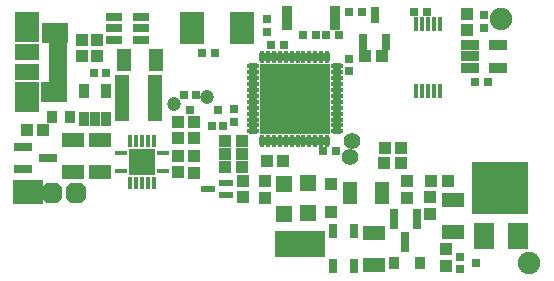
<source format=gts>
G04 Layer_Color=8388736*
%FSLAX25Y25*%
%MOIN*%
G70*
G01*
G75*
%ADD21R,0.05118X0.02362*%
%ADD53C,0.04724*%
%ADD68R,0.04331X0.03937*%
%ADD69R,0.03937X0.04331*%
%ADD70R,0.07480X0.05118*%
%ADD71R,0.05118X0.07480*%
%ADD72O,0.01772X0.04331*%
%ADD73O,0.04331X0.01772*%
%ADD74R,0.23228X0.23228*%
%ADD75R,0.03347X0.05118*%
%ADD76R,0.03150X0.05315*%
%ADD77R,0.03543X0.04331*%
%ADD78R,0.05906X0.03543*%
%ADD79R,0.05906X0.03150*%
%ADD80R,0.04724X0.15748*%
%ADD81R,0.05287X0.05287*%
%ADD82R,0.01772X0.05118*%
%ADD83R,0.02953X0.04724*%
%ADD84O,0.04331X0.01575*%
%ADD85O,0.01575X0.04331*%
%ADD86R,0.08858X0.08858*%
%ADD87R,0.04331X0.04331*%
%ADD88R,0.06221X0.02559*%
%ADD89R,0.09055X0.06594*%
%ADD90R,0.08661X0.06594*%
%ADD91R,0.08268X0.05413*%
%ADD92R,0.08268X0.10138*%
%ADD93R,0.05512X0.03150*%
%ADD94R,0.02756X0.03150*%
%ADD95R,0.03150X0.02756*%
%ADD96R,0.03740X0.07874*%
%ADD97R,0.08268X0.11024*%
%ADD98R,0.07087X0.08661*%
%ADD99R,0.18898X0.17716*%
%ADD100R,0.02953X0.06693*%
%ADD101R,0.03268X0.04055*%
%ADD102C,0.07480*%
%ADD103C,0.05512*%
%ADD104R,0.09843X0.07874*%
%ADD105R,0.16535X0.08661*%
G04:AMPARAMS|DCode=106|XSize=66.93mil|YSize=66.93mil|CornerRadius=0mil|HoleSize=0mil|Usage=FLASHONLY|Rotation=90.000|XOffset=0mil|YOffset=0mil|HoleType=Round|Shape=Octagon|*
%AMOCTAGOND106*
4,1,8,0.01673,0.03347,-0.01673,0.03347,-0.03347,0.01673,-0.03347,-0.01673,-0.01673,-0.03347,0.01673,-0.03347,0.03347,-0.01673,0.03347,0.01673,0.01673,0.03347,0.0*
%
%ADD106OCTAGOND106*%

D21*
X65847Y-61417D02*
D03*
X71752Y-59449D02*
D03*
Y-63386D02*
D03*
D53*
X54331Y-33169D02*
D03*
X65551Y-30709D02*
D03*
D68*
X55709Y-38976D02*
D03*
Y-44488D02*
D03*
X55807Y-50394D02*
D03*
Y-55905D02*
D03*
X61221Y-44488D02*
D03*
Y-38976D02*
D03*
X61122Y-50591D02*
D03*
Y-56102D02*
D03*
X77461Y-64173D02*
D03*
Y-58661D02*
D03*
X84842Y-58760D02*
D03*
Y-64272D02*
D03*
X28839Y-17126D02*
D03*
Y-11614D02*
D03*
X23622D02*
D03*
Y-17126D02*
D03*
X132087Y-64272D02*
D03*
Y-58760D02*
D03*
X151969Y-2953D02*
D03*
Y-8465D02*
D03*
X139764Y-64173D02*
D03*
Y-69685D02*
D03*
X145079Y-81496D02*
D03*
Y-87008D02*
D03*
D69*
X71457Y-45472D02*
D03*
X76968D02*
D03*
X10827Y-41929D02*
D03*
X5315D02*
D03*
X71457Y-54232D02*
D03*
X76968D02*
D03*
X123721Y-17028D02*
D03*
X118209D02*
D03*
X71457Y-49852D02*
D03*
X76968D02*
D03*
X130118Y-47736D02*
D03*
X124606D02*
D03*
X130020Y-52756D02*
D03*
X124508D02*
D03*
X90847Y-52067D02*
D03*
X85335D02*
D03*
X145669Y-58760D02*
D03*
X140157D02*
D03*
D70*
X120965Y-76181D02*
D03*
Y-86811D02*
D03*
X20571Y-45079D02*
D03*
Y-55709D02*
D03*
X29823Y-45079D02*
D03*
Y-55709D02*
D03*
X147343Y-75689D02*
D03*
Y-65059D02*
D03*
D71*
X37697Y-18406D02*
D03*
X48327D02*
D03*
X123721Y-62795D02*
D03*
X113091D02*
D03*
D72*
X105413Y-17421D02*
D03*
X103445D02*
D03*
X101476D02*
D03*
X99508D02*
D03*
X97539D02*
D03*
X95571D02*
D03*
X93602D02*
D03*
X91634D02*
D03*
X89665D02*
D03*
X87697D02*
D03*
X85728D02*
D03*
X83760D02*
D03*
Y-45374D02*
D03*
X85728D02*
D03*
X87697D02*
D03*
X89665D02*
D03*
X91634D02*
D03*
X93602D02*
D03*
X95571D02*
D03*
X97539D02*
D03*
X99508D02*
D03*
X101476D02*
D03*
X103445D02*
D03*
X105413D02*
D03*
D73*
X80610Y-20571D02*
D03*
Y-22539D02*
D03*
Y-24508D02*
D03*
Y-26476D02*
D03*
Y-28445D02*
D03*
Y-30413D02*
D03*
Y-32382D02*
D03*
Y-34350D02*
D03*
Y-36319D02*
D03*
Y-38287D02*
D03*
Y-40256D02*
D03*
Y-42224D02*
D03*
X108563D02*
D03*
Y-40256D02*
D03*
Y-38287D02*
D03*
Y-36319D02*
D03*
Y-34350D02*
D03*
Y-32382D02*
D03*
Y-30413D02*
D03*
Y-28445D02*
D03*
Y-26476D02*
D03*
Y-24508D02*
D03*
Y-22539D02*
D03*
Y-20571D02*
D03*
D74*
X94587Y-31398D02*
D03*
D75*
X24311Y-28740D02*
D03*
X31791D02*
D03*
Y-38189D02*
D03*
X28051D02*
D03*
X24311D02*
D03*
D76*
X121260Y-3445D02*
D03*
X125000Y-12303D02*
D03*
X117520D02*
D03*
D77*
X13878Y-37500D02*
D03*
X19783D02*
D03*
D78*
X153051Y-13484D02*
D03*
Y-17224D02*
D03*
Y-20965D02*
D03*
X162500D02*
D03*
Y-13484D02*
D03*
D79*
X12402Y-51181D02*
D03*
X4134Y-54921D02*
D03*
Y-47441D02*
D03*
D80*
X48130Y-31201D02*
D03*
X37106D02*
D03*
D81*
X90945Y-59661D02*
D03*
Y-69661D02*
D03*
X99213Y-69571D02*
D03*
Y-59571D02*
D03*
D82*
X142913Y-28642D02*
D03*
X140945D02*
D03*
X138976D02*
D03*
X137008D02*
D03*
X135039D02*
D03*
Y-6594D02*
D03*
X137008D02*
D03*
X138976D02*
D03*
X140945D02*
D03*
X142913D02*
D03*
D83*
X107480Y-87205D02*
D03*
X114370D02*
D03*
Y-75394D02*
D03*
X107480D02*
D03*
D84*
X36713Y-49409D02*
D03*
Y-55315D02*
D03*
X50886D02*
D03*
Y-49409D02*
D03*
D85*
X39862Y-59449D02*
D03*
X41831D02*
D03*
X43799D02*
D03*
X45768D02*
D03*
X47736D02*
D03*
Y-45276D02*
D03*
X45768D02*
D03*
X43799D02*
D03*
X41831D02*
D03*
X39862D02*
D03*
D86*
X43799Y-52362D02*
D03*
D87*
X106693Y-69095D02*
D03*
Y-59646D02*
D03*
D88*
X15748Y-19193D02*
D03*
Y-16634D02*
D03*
Y-21752D02*
D03*
Y-24311D02*
D03*
Y-14075D02*
D03*
D89*
X14370Y-29035D02*
D03*
D90*
X14567Y-9350D02*
D03*
D91*
X5315Y-22539D02*
D03*
Y-15846D02*
D03*
D92*
Y-7579D02*
D03*
Y-30807D02*
D03*
D93*
X43307Y-4134D02*
D03*
Y-7874D02*
D03*
Y-11614D02*
D03*
X34252D02*
D03*
Y-7874D02*
D03*
Y-4134D02*
D03*
D94*
X66929Y-40354D02*
D03*
X70866D02*
D03*
X68898Y-35236D02*
D03*
X59744D02*
D03*
X57776Y-30118D02*
D03*
X61713D02*
D03*
X157579Y-7658D02*
D03*
Y-3366D02*
D03*
X85236Y-4646D02*
D03*
Y-8937D02*
D03*
X112697Y-22224D02*
D03*
Y-17933D02*
D03*
X74394Y-38969D02*
D03*
Y-34677D02*
D03*
D95*
X154921Y-86024D02*
D03*
X149803Y-87992D02*
D03*
Y-84055D02*
D03*
X91024Y-13386D02*
D03*
X86732D02*
D03*
X154744Y-25689D02*
D03*
X159035D02*
D03*
X27579Y-22835D02*
D03*
X31870D02*
D03*
X63602Y-16043D02*
D03*
X67894D02*
D03*
X138760Y-2264D02*
D03*
X134468D02*
D03*
X108248Y-48819D02*
D03*
X103957D02*
D03*
X104941Y-10039D02*
D03*
X109232D02*
D03*
X97461Y-10039D02*
D03*
X101752D02*
D03*
X116909Y-2559D02*
D03*
X112618D02*
D03*
D96*
X108051Y-4528D02*
D03*
X92146D02*
D03*
D97*
X60433Y-7776D02*
D03*
X77165D02*
D03*
D98*
X157579Y-77165D02*
D03*
X168996D02*
D03*
D99*
X163091Y-61024D02*
D03*
D100*
X135236Y-71555D02*
D03*
X127756D02*
D03*
X131496Y-79035D02*
D03*
D101*
X136378Y-86122D02*
D03*
X127598D02*
D03*
D102*
X163287Y-4921D02*
D03*
X172835Y-86122D02*
D03*
D103*
X113681Y-45571D02*
D03*
X113091Y-50886D02*
D03*
D104*
X5709Y-62303D02*
D03*
D105*
X96260Y-79921D02*
D03*
D106*
X13878Y-62697D02*
D03*
X21654Y-62795D02*
D03*
M02*

</source>
